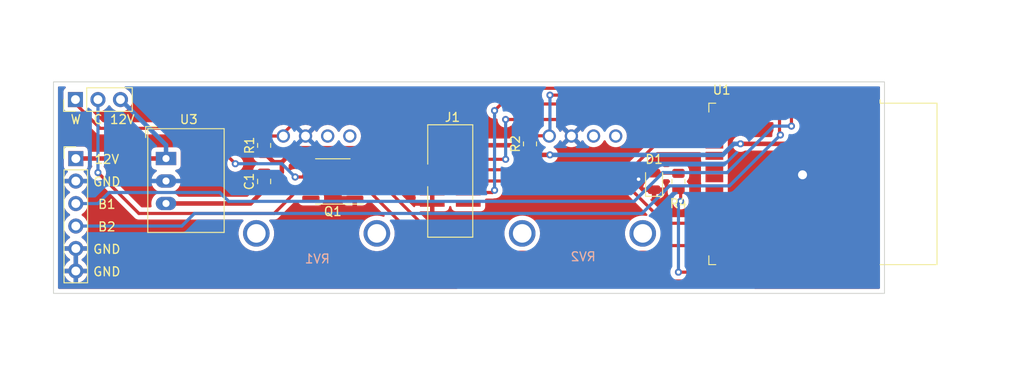
<source format=kicad_pcb>
(kicad_pcb (version 20201002) (generator pcbnew)
  (title_block (date "2020-10-12") (rev "1.0"))
  (layers (0 "F.Cu" signal) (31 "B.Cu" signal) (34 "B.Paste" user) (35 "F.Paste" user) (36 "B.SilkS" user "B.Silkscreen") (37 "F.SilkS" user "F.Silkscreen") (38 "B.Mask" user) (39 "F.Mask" user) (44 "Edge.Cuts" user))
  (net 0 "")
  (net 1 "GND")
  (net 2 "/TDI")
  (net 3 "/TDO")
  (net 4 "/TCK")
  (net 5 "/TMS")
  (net 6 "/3.3V")
  (net 7 "/12V")
  (net 8 "/level1")
  (net 9 "/level2")
  (net 10 "/BTN_2")
  (net 11 "/BTN_1")
  (net 12 "Net-(D1-Pad2)")
  (net 13 "/LED")
  (net 14 "/warm")
  (net 15 "Net-(Q1-Pad4)")
  (net 16 "Net-(Q1-Pad2)")
  (net 17 "/cold")
  (module "asl_footprints:SWD_2x5_socket" (layer "F.Cu") (at 107 107.95 -90)
    (fp_text reference "J1" (at -7.2 -0.25) (layer "F.SilkS"))
    (fp_text value "Conn_02x05_Odd_Even")
    (fp_line (start -6.35 2.54) (end -6.35 -2.54) (layer "F.SilkS") (width 0.12))
    (fp_line (start 6.35 -2.54) (end 6.35 2.54) (layer "F.SilkS") (width 0.12))
    (fp_line (start -6.35 -2.54) (end 6.35 -2.54) (layer "F.SilkS") (width 0.12))
    (fp_line (start -1.905 2.54) (end -6.35 2.54) (layer "F.SilkS") (width 0.12))
    (fp_line (start 6.35 2.54) (end 0.635 2.54) (layer "F.SilkS") (width 0.12))
    (pad "1" smd rect (at -2.54 2.0325 270) (size 0.74 2.795) (layers "F.Cu" "F.Paste" "F.Mask") (net 6 "/3.3V"))
    (pad "2" smd rect (at -2.54 -2.0325 270) (size 0.74 2.795) (layers "F.Cu" "F.Paste" "F.Mask") (net 5 "/TMS"))
    (pad "3" smd rect (at -1.27 2.0325 270) (size 0.74 2.795) (layers "F.Cu" "F.Paste" "F.Mask") (net 1 "GND"))
    (pad "4" smd rect (at -1.27 -2.0325 270) (size 0.74 2.795) (layers "F.Cu" "F.Paste" "F.Mask") (net 4 "/TCK"))
    (pad "5" smd rect (at 0 2.0325 270) (size 0.74 2.795) (layers "F.Cu" "F.Paste" "F.Mask") (net 1 "GND"))
    (pad "6" smd rect (at 0 -2.0325 270) (size 0.74 2.795) (layers "F.Cu" "F.Paste" "F.Mask") (net 3 "/TDO"))
    (pad "7" smd rect (at 1.27 2.0325 270) (size 0.74 2.795) (layers "F.Cu" "F.Paste" "F.Mask") (net 1 "GND"))
    (pad "8" smd rect (at 1.27 -2.0325 270) (size 0.74 2.795) (layers "F.Cu" "F.Paste" "F.Mask") (net 2 "/TDI"))
    (pad "9" smd rect (at 2.54 2.0325 270) (size 0.74 2.795) (layers "F.Cu" "F.Paste" "F.Mask") (net 1 "GND"))
    (pad "10" smd rect (at 2.54 -2.0325 270) (size 0.74 2.795) (layers "F.Cu" "F.Paste" "F.Mask"))
  )
  (module "LED_SMD:LED_0805_2012Metric" (layer "F.Cu") (at 130 108 90)
    (fp_text reference "D1" (at 2.5 0 180) (layer "F.SilkS"))
    (fp_text value "LED")
    (fp_line (start 1 -0.96) (end -1.685 -0.96) (layer "F.SilkS") (width 0.12))
    (fp_line (start -1.685 -0.96) (end -1.685 0.96) (layer "F.SilkS") (width 0.12))
    (fp_line (start -1.685 0.96) (end 1 0.96) (layer "F.SilkS") (width 0.12))
    (pad "1" smd roundrect (at -0.9375 0 90) (size 0.975 1.4) (layers "F.Cu" "F.Paste" "F.Mask") (net 1 "GND"))
    (pad "2" smd roundrect (at 0.9375 0 90) (size 0.975 1.4) (layers "F.Cu" "F.Paste" "F.Mask") (net 12 "Net-(D1-Pad2)"))
  )
  (module "Package_SO:SOIC-8_3.9x4.9mm_P1.27mm" (layer "F.Cu") (at 93.75 108 180)
    (fp_text reference "Q1" (at 0 -3.4) (layer "F.SilkS"))
    (fp_text value "PBSS4350SS")
    (fp_line (start 0 2.56) (end 1.95 2.56) (layer "F.SilkS") (width 0.12))
    (fp_line (start 0 -2.56) (end 1.95 -2.56) (layer "F.SilkS") (width 0.12))
    (fp_line (start 0 2.56) (end -1.95 2.56) (layer "F.SilkS") (width 0.12))
    (fp_line (start 0 -2.56) (end -3.45 -2.56) (layer "F.SilkS") (width 0.12))
    (pad "1" smd roundrect (at -2.475 -1.905 180) (size 1.95 0.6) (layers "F.Cu" "F.Paste" "F.Mask") (net 1 "GND"))
    (pad "2" smd roundrect (at -2.475 -0.635 180) (size 1.95 0.6) (layers "F.Cu" "F.Paste" "F.Mask") (net 16 "Net-(Q1-Pad2)"))
    (pad "3" smd roundrect (at -2.475 0.635 180) (size 1.95 0.6) (layers "F.Cu" "F.Paste" "F.Mask") (net 1 "GND"))
    (pad "4" smd roundrect (at -2.475 1.905 180) (size 1.95 0.6) (layers "F.Cu" "F.Paste" "F.Mask") (net 15 "Net-(Q1-Pad4)"))
    (pad "5" smd roundrect (at 2.475 1.905 180) (size 1.95 0.6) (layers "F.Cu" "F.Paste" "F.Mask"))
    (pad "6" smd roundrect (at 2.475 0.635 180) (size 1.95 0.6) (layers "F.Cu" "F.Paste" "F.Mask") (net 14 "/warm"))
    (pad "7" smd roundrect (at 2.475 -0.635 180) (size 1.95 0.6) (layers "F.Cu" "F.Paste" "F.Mask") (net 17 "/cold"))
    (pad "8" smd roundrect (at 2.475 -1.905 180) (size 1.95 0.6) (layers "F.Cu" "F.Paste" "F.Mask"))
  )
  (module "asl_footprints:Converter_DCDC_RECOM_R-78E-0.5_THT" (layer "F.Cu") (at 74.93 105.41 -90)
    (fp_text reference "U3" (at -4.41 -2.57 180) (layer "F.SilkS"))
    (fp_text value "R-78E3.3-1.0")
    (fp_line (start -3.371 2.06) (end 8.35 2.06) (layer "F.SilkS") (width 0.12))
    (fp_line (start -3.371 -6.56) (end 8.35 -6.56) (layer "F.SilkS") (width 0.12))
    (fp_line (start -3.371 -6.56) (end -3.371 2.06) (layer "F.SilkS") (width 0.12))
    (fp_line (start -3.611 2.3) (end -2.371 2.3) (layer "F.SilkS") (width 0.12))
    (fp_line (start 8.35 -6.56) (end 8.35 2.06) (layer "F.SilkS") (width 0.12))
    (fp_line (start -3.611 1.06) (end -3.611 2.3) (layer "F.SilkS") (width 0.12))
    (pad "1" thru_hole rect (at 0 0 270) (size 1.5 2.3) (drill 0.8) (layers *.Cu *.Mask) (net 7 "/12V"))
    (pad "2" thru_hole oval (at 2.54 0 270) (size 1.5 2.3) (drill 0.8) (layers *.Cu *.Mask) (net 1 "GND"))
    (pad "3" thru_hole oval (at 5.08 0 270) (size 1.5 2.3) (drill 0.8) (layers *.Cu *.Mask) (net 6 "/3.3V"))
  )
  (module "Connector_PinHeader_2.54mm:PinHeader_1x03_P2.54mm_Vertical" (layer "F.Cu") (at 64.71 98.75 90)
    (fp_text reference "J2" hide)
    (fp_text value "Screw_Terminal_01x03")
    (fp_line (start 1.33 1.27) (end 1.33 6.41) (layer "F.SilkS") (width 0.12))
    (fp_line (start -1.33 1.27) (end -1.33 6.41) (layer "F.SilkS") (width 0.12))
    (fp_line (start -1.33 0) (end -1.33 -1.33) (layer "F.SilkS") (width 0.12))
    (fp_line (start -1.33 1.27) (end 1.33 1.27) (layer "F.SilkS") (width 0.12))
    (fp_line (start -1.33 6.41) (end 1.33 6.41) (layer "F.SilkS") (width 0.12))
    (fp_line (start -1.33 -1.33) (end 0 -1.33) (layer "F.SilkS") (width 0.12))
    (pad "1" thru_hole rect (at 0 0 90) (size 1.7 1.7) (drill 1) (layers *.Cu *.Mask) (net 14 "/warm"))
    (pad "2" thru_hole oval (at 0 2.54 90) (size 1.7 1.7) (drill 1) (layers *.Cu *.Mask) (net 17 "/cold"))
    (pad "3" thru_hole oval (at 0 5.08 90) (size 1.7 1.7) (drill 1) (layers *.Cu *.Mask) (net 7 "/12V"))
  )
  (module "Resistor_SMD:R_0805_2012Metric" (layer "F.Cu") (at 132.75 108 -90)
    (fp_text reference "R4" (at 2.5 0 180) (layer "F.SilkS"))
    (fp_text value "1KΩ")
    (fp_line (start -0.227064 -0.735) (end 0.227064 -0.735) (layer "F.SilkS") (width 0.12))
    (fp_line (start -0.227064 0.735) (end 0.227064 0.735) (layer "F.SilkS") (width 0.12))
    (pad "1" smd roundrect (at -0.9125 0 270) (size 1.025 1.4) (layers "F.Cu" "F.Paste" "F.Mask") (roundrect_rratio 0.2439024390243902) (net 12 "Net-(D1-Pad2)"))
    (pad "2" smd roundrect (at 0.9125 0 270) (size 1.025 1.4) (layers "F.Cu" "F.Paste" "F.Mask") (roundrect_rratio 0.2439024390243902) (net 13 "/LED"))
  )
  (module "RF_Module:ESP32-WROOM-32" (layer "F.Cu") (at 146.06 108.28 -90)
    (fp_text reference "U1" (at -10.61 8.43) (layer "F.SilkS"))
    (fp_text value "ESP32-WROOM-32D")
    (fp_line (start -9.12 9.1) (end -9.12 9.88) (layer "F.SilkS") (width 0.12))
    (fp_line (start -9.12 -15.865) (end 9.12 -15.865) (layer "F.SilkS") (width 0.12))
    (fp_line (start -9.12 -9.445) (end -9.5 -9.445) (layer "F.SilkS") (width 0.12))
    (fp_line (start 9.12 -15.865) (end 9.12 -9.445) (layer "F.SilkS") (width 0.12))
    (fp_line (start -9.12 9.88) (end -8.12 9.88) (layer "F.SilkS") (width 0.12))
    (fp_line (start -9.12 -15.865) (end -9.12 -9.445) (layer "F.SilkS") (width 0.12))
    (fp_line (start 9.12 9.88) (end 8.12 9.88) (layer "F.SilkS") (width 0.12))
    (fp_line (start 9.12 9.1) (end 9.12 9.88) (layer "F.SilkS") (width 0.12))
    (pad "1" smd rect (at -8.5 -8.255 270) (size 2 0.9) (layers "F.Cu" "F.Paste" "F.Mask") (net 1 "GND"))
    (pad "2" smd rect (at -8.5 -6.985 270) (size 2 0.9) (layers "F.Cu" "F.Paste" "F.Mask") (net 6 "/3.3V"))
    (pad "3" smd rect (at -8.5 -5.715 270) (size 2 0.9) (layers "F.Cu" "F.Paste" "F.Mask"))
    (pad "4" smd rect (at -8.5 -4.445 270) (size 2 0.9) (layers "F.Cu" "F.Paste" "F.Mask") (net 8 "/level1"))
    (pad "5" smd rect (at -8.5 -3.175 270) (size 2 0.9) (layers "F.Cu" "F.Paste" "F.Mask") (net 9 "/level2"))
    (pad "6" smd rect (at -8.5 -1.905 270) (size 2 0.9) (layers "F.Cu" "F.Paste" "F.Mask"))
    (pad "7" smd rect (at -8.5 -0.635 270) (size 2 0.9) (layers "F.Cu" "F.Paste" "F.Mask"))
    (pad "8" smd rect (at -8.5 0.635 270) (size 2 0.9) (layers "F.Cu" "F.Paste" "F.Mask") (net 11 "/BTN_1"))
    (pad "9" smd rect (at -8.5 1.905 270) (size 2 0.9) (layers "F.Cu" "F.Paste" "F.Mask") (net 10 "/BTN_2"))
    (pad "10" smd rect (at -8.5 3.175 270) (size 2 0.9) (layers "F.Cu" "F.Paste" "F.Mask"))
    (pad "11" smd rect (at -8.5 4.445 270) (size 2 0.9) (layers "F.Cu" "F.Paste" "F.Mask"))
    (pad "12" smd rect (at -8.5 5.715 270) (size 2 0.9) (layers "F.Cu" "F.Paste" "F.Mask"))
    (pad "13" smd rect (at -8.5 6.985 270) (size 2 0.9) (layers "F.Cu" "F.Paste" "F.Mask") (net 5 "/TMS"))
    (pad "14" smd rect (at -8.5 8.255 270) (size 2 0.9) (layers "F.Cu" "F.Paste" "F.Mask") (net 2 "/TDI"))
    (pad "15" smd rect (at -5.715 9.255) (size 2 0.9) (layers "F.Cu" "F.Paste" "F.Mask") (net 1 "GND"))
    (pad "16" smd rect (at -4.445 9.255) (size 2 0.9) (layers "F.Cu" "F.Paste" "F.Mask") (net 4 "/TCK"))
    (pad "17" smd rect (at -3.175 9.255) (size 2 0.9) (layers "F.Cu" "F.Paste" "F.Mask"))
    (pad "18" smd rect (at -1.905 9.255) (size 2 0.9) (layers "F.Cu" "F.Paste" "F.Mask"))
    (pad "19" smd rect (at -0.635 9.255) (size 2 0.9) (layers "F.Cu" "F.Paste" "F.Mask"))
    (pad "20" smd rect (at 0.635 9.255) (size 2 0.9) (layers "F.Cu" "F.Paste" "F.Mask"))
    (pad "21" smd rect (at 1.905 9.255) (size 2 0.9) (layers "F.Cu" "F.Paste" "F.Mask"))
    (pad "22" smd rect (at 3.175 9.255) (size 2 0.9) (layers "F.Cu" "F.Paste" "F.Mask"))
    (pad "23" smd rect (at 4.445 9.255) (size 2 0.9) (layers "F.Cu" "F.Paste" "F.Mask") (net 3 "/TDO"))
    (pad "24" smd rect (at 5.715 9.255) (size 2 0.9) (layers "F.Cu" "F.Paste" "F.Mask"))
    (pad "25" smd rect (at 8.5 8.255 270) (size 2 0.9) (layers "F.Cu" "F.Paste" "F.Mask"))
    (pad "26" smd rect (at 8.5 6.985 270) (size 2 0.9) (layers "F.Cu" "F.Paste" "F.Mask") (net 15 "Net-(Q1-Pad4)"))
    (pad "27" smd rect (at 8.5 5.715 270) (size 2 0.9) (layers "F.Cu" "F.Paste" "F.Mask") (net 13 "/LED"))
    (pad "28" smd rect (at 8.5 4.445 270) (size 2 0.9) (layers "F.Cu" "F.Paste" "F.Mask"))
    (pad "29" smd rect (at 8.5 3.175 270) (size 2 0.9) (layers "F.Cu" "F.Paste" "F.Mask") (net 16 "Net-(Q1-Pad2)"))
    (pad "30" smd rect (at 8.5 1.905 270) (size 2 0.9) (layers "F.Cu" "F.Paste" "F.Mask"))
    (pad "31" smd rect (at 8.5 0.635 270) (size 2 0.9) (layers "F.Cu" "F.Paste" "F.Mask"))
    (pad "32" smd rect (at 8.5 -0.635 270) (size 2 0.9) (layers "F.Cu" "F.Paste" "F.Mask"))
    (pad "33" smd rect (at 8.5 -1.905 270) (size 2 0.9) (layers "F.Cu" "F.Paste" "F.Mask"))
    (pad "34" smd rect (at 8.5 -3.175 270) (size 2 0.9) (layers "F.Cu" "F.Paste" "F.Mask"))
    (pad "35" smd rect (at 8.5 -4.445 270) (size 2 0.9) (layers "F.Cu" "F.Paste" "F.Mask"))
    (pad "36" smd rect (at 8.5 -5.715 270) (size 2 0.9) (layers "F.Cu" "F.Paste" "F.Mask"))
    (pad "37" smd rect (at 8.5 -6.985 270) (size 2 0.9) (layers "F.Cu" "F.Paste" "F.Mask"))
    (pad "38" smd rect (at 8.5 -8.255 270) (size 2 0.9) (layers "F.Cu" "F.Paste" "F.Mask") (net 1 "GND"))
    (pad "39" smd rect (at -1 -0.755 270) (size 5 5) (layers "F.Cu" "F.Paste" "F.Mask") (net 1 "GND"))
  )
  (module "Resistor_SMD:R_0805_2012Metric" (layer "F.Cu") (at 86 103.929094 90)
    (fp_text reference "R1" (at 0 -1.65 90) (layer "F.SilkS"))
    (fp_text value "1KΩ")
    (fp_line (start -0.227064 -0.735) (end 0.227064 -0.735) (layer "F.SilkS") (width 0.12))
    (fp_line (start -0.227064 0.735) (end 0.227064 0.735) (layer "F.SilkS") (width 0.12))
    (pad "1" smd roundrect (at -0.9125 0 90) (size 1.025 1.4) (layers "F.Cu" "F.Paste" "F.Mask") (roundrect_rratio 0.2439024390243902) (net 6 "/3.3V"))
    (pad "2" smd roundrect (at 0.9125 0 90) (size 1.025 1.4) (layers "F.Cu" "F.Paste" "F.Mask") (roundrect_rratio 0.2439024390243902) (net 8 "/level1"))
  )
  (module "Connector_PinHeader_2.54mm:PinHeader_1x06_P2.54mm_Vertical" (layer "F.Cu") (at 64.75 105.42)
    (fp_text reference "J3" hide)
    (fp_text value "Screw_Terminal_01x06")
    (fp_line (start -1.33 1.27) (end -1.33 14.03) (layer "F.SilkS") (width 0.12))
    (fp_line (start -1.33 0) (end -1.33 -1.33) (layer "F.SilkS") (width 0.12))
    (fp_line (start 1.33 1.27) (end 1.33 14.03) (layer "F.SilkS") (width 0.12))
    (fp_line (start -1.33 1.27) (end 1.33 1.27) (layer "F.SilkS") (width 0.12))
    (fp_line (start -1.33 -1.33) (end 0 -1.33) (layer "F.SilkS") (width 0.12))
    (fp_line (start -1.33 14.03) (end 1.33 14.03) (layer "F.SilkS") (width 0.12))
    (pad "1" thru_hole rect (at 0 0) (size 1.7 1.7) (drill 1) (layers *.Cu *.Mask) (net 7 "/12V"))
    (pad "2" thru_hole oval (at 0 2.54) (size 1.7 1.7) (drill 1) (layers *.Cu *.Mask) (net 1 "GND"))
    (pad "3" thru_hole oval (at 0 5.08) (size 1.7 1.7) (drill 1) (layers *.Cu *.Mask) (net 11 "/BTN_1"))
    (pad "4" thru_hole oval (at 0 7.62) (size 1.7 1.7) (drill 1) (layers *.Cu *.Mask) (net 10 "/BTN_2"))
    (pad "5" thru_hole oval (at 0 10.16) (size 1.7 1.7) (drill 1) (layers *.Cu *.Mask) (net 1 "GND"))
    (pad "6" thru_hole oval (at 0 12.7) (size 1.7 1.7) (drill 1) (layers *.Cu *.Mask) (net 1 "GND"))
  )
  (module "Resistor_SMD:R_0805_2012Metric" (layer "F.Cu") (at 116 103.755841 90)
    (fp_text reference "R2" (at 0 -1.65 90) (layer "F.SilkS"))
    (fp_text value "1KΩ")
    (fp_line (start -0.227064 -0.735) (end 0.227064 -0.735) (layer "F.SilkS") (width 0.12))
    (fp_line (start -0.227064 0.735) (end 0.227064 0.735) (layer "F.SilkS") (width 0.12))
    (pad "1" smd roundrect (at -0.9125 0 90) (size 1.025 1.4) (layers "F.Cu" "F.Paste" "F.Mask") (roundrect_rratio 0.2439024390243902) (net 6 "/3.3V"))
    (pad "2" smd roundrect (at 0.9125 0 90) (size 1.025 1.4) (layers "F.Cu" "F.Paste" "F.Mask") (roundrect_rratio 0.2439024390243902) (net 9 "/level2"))
  )
  (module "Capacitor_SMD:C_0805_2012Metric" (layer "F.Cu") (at 86 108 90)
    (fp_text reference "C1" (at 0 -1.68 90) (layer "F.SilkS"))
    (fp_text value "10µF")
    (fp_line (start -0.261252 0.735) (end 0.261252 0.735) (layer "F.SilkS") (width 0.12))
    (fp_line (start -0.261252 -0.735) (end 0.261252 -0.735) (layer "F.SilkS") (width 0.12))
    (pad "1" smd roundrect (at -0.95 0 90) (size 1 1.45) (layers "F.Cu" "F.Paste" "F.Mask") (net 6 "/3.3V"))
    (pad "2" smd roundrect (at 0.95 0 90) (size 1 1.45) (layers "F.Cu" "F.Paste" "F.Mask") (net 1 "GND"))
  )
  (module "asl_footprints:Panel_mount_pot" (layer "B.Cu") (at 121.92 102.87)
    (fp_text reference "RV2" (at 0.08 13.63 unlocked) (layer "B.SilkS") (effects (justify mirror)))
    (fp_text value "Potentiometer")
    (pad "1" thru_hole circle (at -3.75 0) (size 1.5 1.5) (drill 1) (layers *.Cu *.Mask) (net 9 "/level2"))
    (pad "2" thru_hole circle (at -1.25 0) (size 1.5 1.5) (drill 1) (layers *.Cu *.Mask) (net 1 "GND"))
    (pad "3" thru_hole circle (at 1.25 0) (size 1.5 1.5) (drill 1) (layers *.Cu *.Mask))
    (pad "4" thru_hole circle (at 3.75 0) (size 1.5 1.5) (drill 1) (layers *.Cu *.Mask))
    (pad "5" thru_hole circle (at -6.8 11) (size 3 3) (drill 2.1) (layers *.Cu *.Mask))
    (pad "6" thru_hole circle (at 6.8 11) (size 3 3) (drill 2.1) (layers *.Cu *.Mask))
  )
  (module "asl_footprints:Panel_mount_pot" (layer "B.Cu") (at 91.92 102.87)
    (fp_text reference "RV1" (at 0.08 13.88 unlocked) (layer "B.SilkS") (effects (justify mirror)))
    (fp_text value "Potentiometer")
    (pad "1" thru_hole circle (at -3.75 0) (size 1.5 1.5) (drill 1) (layers *.Cu *.Mask) (net 8 "/level1"))
    (pad "2" thru_hole circle (at -1.25 0) (size 1.5 1.5) (drill 1) (layers *.Cu *.Mask) (net 1 "GND"))
    (pad "3" thru_hole circle (at 1.25 0) (size 1.5 1.5) (drill 1) (layers *.Cu *.Mask))
    (pad "4" thru_hole circle (at 3.75 0) (size 1.5 1.5) (drill 1) (layers *.Cu *.Mask))
    (pad "5" thru_hole circle (at -6.8 11) (size 3 3) (drill 2.1) (layers *.Cu *.Mask))
    (pad "6" thru_hole circle (at 6.8 11) (size 3 3) (drill 2.1) (layers *.Cu *.Mask))
  )
  (gr_rect (start 156 120.65) (end 62.23 96.75) (layer "Edge.Cuts") (width 0.1))
  (gr_text "October 2020" (at 120.75 117.75) (layer "F.Cu") (effects (font (size 1.5 1.5) (thickness 0.3))))
  (gr_text "GND" (at 68.25 108.04) (layer "F.SilkS") (effects (font (size 1 1))))
  (gr_text "B2" (at 68.25 113.12) (layer "F.SilkS") (effects (font (size 1 1))))
  (gr_text "B1" (at 68.25 110.58) (layer "F.SilkS") (effects (font (size 1 1))))
  (gr_text "GND" (at 68.25 115.66) (layer "F.SilkS") (effects (font (size 1 1))))
  (gr_text "12V" (at 68.25 105.5) (layer "F.SilkS") (effects (font (size 1 1))))
  (gr_text "GND" (at 68.25 118.2) (layer "F.SilkS") (effects (font (size 1 1))))
  (gr_text "12V" (at 70 101) (layer "F.SilkS") (effects (font (size 1 1))))
  (gr_text "W" (at 64.75 101) (layer "F.SilkS") (effects (font (size 1 1))))
  (gr_text "C" (at 67.25 101) (layer "F.SilkS") (effects (font (size 1 1))))
  (via (at 128.25 107.75) (size 0.8) (drill 0.4) (layers "F.Cu" "B.Cu") (net 1))
  (via (at 146.75 107.25) (size 1.524) (drill 1.016) (layers "F.Cu" "B.Cu") (net 1))
  (segment (start 111.75 109.25) (end 109.0625 109.25) (width 0.3556) (layer "F.Cu") (net 2))
  (segment (start 137.275 99.25) (end 112.75 99.25) (width 0.3556) (layer "F.Cu") (net 2))
  (segment (start 112 109) (end 111.75 109.25) (width 0.3556) (layer "F.Cu") (net 2))
  (segment (start 137.805 99.78) (end 137.275 99.25) (width 0.3556) (layer "F.Cu") (net 2))
  (segment (start 112.75 99.25) (end 112 100) (width 0.3556) (layer "F.Cu") (net 2))
  (segment (start 109.0625 109.25) (end 109.0325 109.22) (width 0.3556) (layer "F.Cu") (net 2))
  (via (at 112 100) (size 0.8) (drill 0.4) (layers "F.Cu" "B.Cu") (net 2))
  (via (at 112 109) (size 0.8) (drill 0.4) (layers "F.Cu" "B.Cu") (net 2))
  (segment (start 112 100) (end 112 109) (width 0.3556) (layer "B.Cu") (net 2))
  (segment (start 131.225 112.725) (end 136.805 112.725) (width 0.3556) (layer "F.Cu") (net 3))
  (segment (start 126.45 107.95) (end 131.225 112.725) (width 0.3556) (layer "F.Cu") (net 3))
  (segment (start 109.0325 107.95) (end 126.45 107.95) (width 0.3556) (layer "F.Cu") (net 3))
  (segment (start 136.642199 103.997801) (end 130.002199 103.997801) (width 0.3556) (layer "F.Cu") (net 4))
  (segment (start 130.002199 103.997801) (end 127.32 106.68) (width 0.3556) (layer "F.Cu") (net 4))
  (segment (start 127.32 106.68) (end 109.0325 106.68) (width 0.3556) (layer "F.Cu") (net 4))
  (segment (start 136.805 103.835) (end 136.642199 103.997801) (width 0.3556) (layer "F.Cu") (net 4))
  (segment (start 139.075 99.78) (end 139.075 100.494306) (width 0.3556) (layer "F.Cu") (net 5))
  (segment (start 109.1225 105.5) (end 109.0325 105.41) (width 0.3556) (layer "F.Cu") (net 5))
  (segment (start 134.25 101.5) (end 133.75 101) (width 0.3556) (layer "F.Cu") (net 5))
  (segment (start 133.75 101) (end 113.25 101) (width 0.3556) (layer "F.Cu") (net 5))
  (segment (start 139.075 100.494306) (end 138.069306 101.5) (width 0.3556) (layer "F.Cu") (net 5))
  (segment (start 138.069306 101.5) (end 134.25 101.5) (width 0.3556) (layer "F.Cu") (net 5))
  (segment (start 113.25 105.5) (end 109.1225 105.5) (width 0.3556) (layer "F.Cu") (net 5))
  (via (at 113.25 105.5) (size 0.8) (drill 0.4) (layers "F.Cu" "B.Cu") (net 5))
  (via (at 113.25 101) (size 0.8) (drill 0.4) (layers "F.Cu" "B.Cu") (net 5))
  (segment (start 113.25 101) (end 113.25 105.5) (width 0.3556) (layer "B.Cu") (net 5))
  (segment (start 88 105.825) (end 88 106.95) (width 0.508) (layer "F.Cu") (net 6))
  (segment (start 153.045 100.602068) (end 153.045 99.78) (width 0.508) (layer "F.Cu") (net 6))
  (segment (start 116.331659 105) (end 116 104.668341) (width 0.508) (layer "F.Cu") (net 6))
  (segment (start 103.8075 104.25) (end 104.9675 105.41) (width 0.508) (layer "F.Cu") (net 6))
  (segment (start 118.25 105) (end 116.331659 105) (width 0.508) (layer "F.Cu") (net 6))
  (segment (start 116 104.668341) (end 115.244159 103.9125) (width 0.508) (layer "F.Cu") (net 6))
  (segment (start 84.46 110.49) (end 86 108.95) (width 0.508) (layer "F.Cu") (net 6))
  (segment (start 115.244159 103.9125) (end 106.465 103.9125) (width 0.508) (layer "F.Cu") (net 6))
  (segment (start 89.575 104.25) (end 103.8075 104.25) (width 0.508) (layer "F.Cu") (net 6))
  (segment (start 149.897068 103.75) (end 153.045 100.602068) (width 0.508) (layer "F.Cu") (net 6))
  (segment (start 106.465 103.9125) (end 104.9675 105.41) (width 0.508) (layer "F.Cu") (net 6))
  (segment (start 139.75 103.75) (end 149.897068 103.75) (width 0.508) (layer "F.Cu") (net 6))
  (segment (start 88 105.825) (end 89.575 104.25) (width 0.508) (layer "F.Cu") (net 6))
  (segment (start 87.075 105.825) (end 88 105.825) (width 0.508) (layer "F.Cu") (net 6))
  (segment (start 74.93 110.49) (end 84.46 110.49) (width 0.508) (layer "F.Cu") (net 6))
  (segment (start 86.091594 104.841594) (end 87.075 105.825) (width 0.508) (layer "F.Cu") (net 6))
  (segment (start 88 106.95) (end 86 108.95) (width 0.508) (layer "F.Cu") (net 6))
  (segment (start 86 104.841594) (end 86.091594 104.841594) (width 0.508) (layer "F.Cu") (net 6))
  (via (at 139.75 103.75) (size 0.8) (drill 0.4) (layers "F.Cu" "B.Cu") (net 6))
  (via (at 118.25 105) (size 0.8) (drill 0.4) (layers "F.Cu" "B.Cu") (net 6))
  (segment (start 118.25 105) (end 137.75 105) (width 0.508) (layer "B.Cu") (net 6))
  (segment (start 139 103.75) (end 139.75 103.75) (width 0.508) (layer "B.Cu") (net 6))
  (segment (start 137.75 105) (end 139 103.75) (width 0.508) (layer "B.Cu") (net 6))
  (segment (start 64.76 105.41) (end 74.93 105.41) (width 0.508) (layer "F.Cu") (net 7))
  (segment (start 64.75 105.42) (end 64.76 105.41) (width 0.508) (layer "F.Cu") (net 7))
  (segment (start 69.79 98.75) (end 74.93 103.89) (width 0.508) (layer "B.Cu") (net 7))
  (segment (start 74.93 103.89) (end 74.93 105.41) (width 0.508) (layer "B.Cu") (net 7))
  (segment (start 86.146594 102.87) (end 88.17 102.87) (width 0.3556) (layer "F.Cu") (net 8))
  (segment (start 148.911505 97.472199) (end 93.277801 97.472199) (width 0.3556) (layer "F.Cu") (net 8))
  (segment (start 150.505 99.065694) (end 148.911505 97.472199) (width 0.3556) (layer "F.Cu") (net 8))
  (segment (start 93.277801 97.472199) (end 88.17 102.58) (width 0.3556) (layer "F.Cu") (net 8))
  (segment (start 88.17 102.58) (end 88.17 102.87) (width 0.3556) (layer "F.Cu") (net 8))
  (segment (start 86 103.016594) (end 86.146594 102.87) (width 0.3556) (layer "F.Cu") (net 8))
  (segment (start 150.505 99.78) (end 150.505 99.065694) (width 0.3556) (layer "F.Cu") (net 8))
  (segment (start 116 102.843341) (end 118.143341 102.843341) (width 0.3556) (layer "F.Cu") (net 9))
  (segment (start 149.235 99.78) (end 149.235 99.065694) (width 0.3556) (layer "F.Cu") (net 9))
  (segment (start 148.419306 98.25) (end 118.25 98.25) (width 0.3556) (layer "F.Cu") (net 9))
  (segment (start 149.235 99.065694) (end 148.419306 98.25) (width 0.3556) (layer "F.Cu") (net 9))
  (segment (start 118.143341 102.843341) (end 118.17 102.87) (width 0.3556) (layer "F.Cu") (net 9))
  (via (at 118.25 98.25) (size 0.8) (drill 0.4) (layers "F.Cu" "B.Cu") (net 9))
  (segment (start 118.25 102.79) (end 118.17 102.87) (width 0.3556) (layer "B.Cu") (net 9))
  (segment (start 118.25 98.25) (end 118.25 102.79) (width 0.3556) (layer "B.Cu") (net 9))
  (segment (start 144.155 102.655) (end 144.155 99.78) (width 0.3556) (layer "F.Cu") (net 10))
  (segment (start 144.25 102.75) (end 144.155 102.655) (width 0.3556) (layer "F.Cu") (net 10))
  (segment (start 144.155 100.211462) (end 144.155 99.78) (width 0.3556) (layer "F.Cu") (net 10))
  (via (at 144.25 102.75) (size 0.8) (drill 0.4) (layers "F.Cu" "B.Cu") (net 10))
  (segment (start 131.75 108.5) (end 128.75 111.5) (width 0.3556) (layer "B.Cu") (net 10))
  (segment (start 78.13219 111.61781) (end 76.71 113.04) (width 0.3556) (layer "B.Cu") (net 10))
  (segment (start 128.75 111.5) (end 128.63219 111.61781) (width 0.3556) (layer "B.Cu") (net 10))
  (segment (start 138.5 108.5) (end 131.75 108.5) (width 0.3556) (layer "B.Cu") (net 10))
  (segment (start 76.71 113.04) (end 64.75 113.04) (width 0.3556) (layer "B.Cu") (net 10))
  (segment (start 144.25 102.75) (end 138.5 108.5) (width 0.3556) (layer "B.Cu") (net 10))
  (segment (start 128.63219 111.61781) (end 78.13219 111.61781) (width 0.3556) (layer "B.Cu") (net 10))
  (segment (start 145.5 101.75) (end 145.5 99.855) (width 0.3556) (layer "F.Cu") (net 11))
  (segment (start 145.5 99.855) (end 145.425 99.78) (width 0.3556) (layer "F.Cu") (net 11))
  (via (at 145.5 101.75) (size 0.8) (drill 0.4) (layers "F.Cu" "B.Cu") (net 11))
  (segment (start 143.5 101.75) (end 145.5 101.75) (width 0.3556) (layer "B.Cu") (net 11))
  (segment (start 81 109.25) (end 82 110.25) (width 0.3556) (layer "B.Cu") (net 11))
  (segment (start 82 110.25) (end 127.75 110.25) (width 0.3556) (layer "B.Cu") (net 11))
  (segment (start 67.25 110.5) (end 68.5 109.25) (width 0.3556) (layer "B.Cu") (net 11))
  (segment (start 68.5 109.25) (end 81 109.25) (width 0.3556) (layer "B.Cu") (net 11))
  (segment (start 138.25 107) (end 143.5 101.75) (width 0.3556) (layer "B.Cu") (net 11))
  (segment (start 64.75 110.5) (end 67.25 110.5) (width 0.3556) (layer "B.Cu") (net 11))
  (segment (start 131 107) (end 138.25 107) (width 0.3556) (layer "B.Cu") (net 11))
  (segment (start 127.75 110.25) (end 131 107) (width 0.3556) (layer "B.Cu") (net 11))
  (segment (start 130 107.0625) (end 132.975 107.0625) (width 0.3556) (layer "F.Cu") (net 12))
  (segment (start 132.975 107.0625) (end 133 107.0875) (width 0.3556) (layer "F.Cu") (net 12))
  (segment (start 140.345 117.494306) (end 139.589306 118.25) (width 0.3556) (layer "F.Cu") (net 13))
  (segment (start 140.345 116.78) (end 140.345 117.494306) (width 0.3556) (layer "F.Cu") (net 13))
  (segment (start 139.589306 118.25) (end 132.75 118.25) (width 0.3556) (layer "F.Cu") (net 13))
  (segment (start 133 110.25) (end 133 108.9125) (width 0.3556) (layer "F.Cu") (net 13))
  (via (at 132.75 118.25) (size 0.8) (drill 0.4) (layers "F.Cu" "B.Cu") (net 13))
  (via (at 133 110.25) (size 0.8) (drill 0.4) (layers "F.Cu" "B.Cu") (net 13))
  (segment (start 132.75 118.25) (end 132.75 110.5) (width 0.3556) (layer "B.Cu") (net 13))
  (segment (start 132.75 110.5) (end 133 110.25) (width 0.3556) (layer "B.Cu") (net 13))
  (segment (start 64.71 99.21) (end 67.5 102) (width 0.3556) (layer "F.Cu") (net 14))
  (segment (start 78.75 102) (end 82.75 106) (width 0.3556) (layer "F.Cu") (net 14))
  (segment (start 89.5 107.5) (end 91.14 107.5) (width 0.3556) (layer "F.Cu") (net 14))
  (segment (start 91.14 107.5) (end 91.275 107.365) (width 0.3556) (layer "F.Cu") (net 14))
  (segment (start 64.71 98.75) (end 64.71 99.21) (width 0.3556) (layer "F.Cu") (net 14))
  (segment (start 67.5 102) (end 78.75 102) (width 0.3556) (layer "F.Cu") (net 14))
  (via (at 82.75 106) (size 0.8) (drill 0.4) (layers "F.Cu" "B.Cu") (net 14))
  (via (at 89.5 107.5) (size 0.8) (drill 0.4) (layers "F.Cu" "B.Cu") (net 14))
  (segment (start 88 106) (end 89.5 107.5) (width 0.3556) (layer "B.Cu") (net 14))
  (segment (start 86.75 106) (end 82.75 106) (width 0.3556) (layer "B.Cu") (net 14))
  (segment (start 86.75 106) (end 88 106) (width 0.3556) (layer "B.Cu") (net 14))
  (segment (start 107 116) (end 98.404182 107.404182) (width 0.3556) (layer "F.Cu") (net 15))
  (segment (start 138.259306 115.25) (end 131.5 115.25) (width 0.3556) (layer "F.Cu") (net 15))
  (segment (start 131.5 115.25) (end 130.75 116) (width 0.3556) (layer "F.Cu") (net 15))
  (segment (start 130.75 116) (end 107 116) (width 0.3556) (layer "F.Cu") (net 15))
  (segment (start 139.075 116.065694) (end 138.259306 115.25) (width 0.3556) (layer "F.Cu") (net 15))
  (segment (start 97.095 106.095) (end 98.404182 107.404182) (width 0.3556) (layer "F.Cu") (net 15))
  (segment (start 139.075 116.78) (end 139.075 116.065694) (width 0.3556) (layer "F.Cu") (net 15))
  (segment (start 96.225 106.095) (end 97.095 106.095) (width 0.3556) (layer "F.Cu") (net 15))
  (segment (start 108 119.25) (end 98.5 109.75) (width 0.3556) (layer "F.Cu") (net 16))
  (segment (start 142.885 117.494306) (end 141.129306 119.25) (width 0.3556) (layer "F.Cu") (net 16))
  (segment (start 141.129306 119.25) (end 108 119.25) (width 0.3556) (layer "F.Cu") (net 16))
  (segment (start 142.885 116.78) (end 142.885 117.494306) (width 0.3556) (layer "F.Cu") (net 16))
  (segment (start 98.5 109.75) (end 97.385 108.635) (width 0.3556) (layer "F.Cu") (net 16))
  (segment (start 97.385 108.635) (end 96.225 108.635) (width 0.3556) (layer "F.Cu") (net 16))
  (segment (start 91.245187 108.75) (end 91.321005 108.674182) (width 0.3556) (layer "F.Cu") (net 17))
  (segment (start 90.115 108.635) (end 91.275 108.635) (width 0.3556) (layer "F.Cu") (net 17))
  (segment (start 71.86781 111.61781) (end 67.25 107) (width 0.3556) (layer "F.Cu") (net 17))
  (segment (start 91.30942 108.685767) (end 91.321005 108.674182) (width 0.3556) (layer "F.Cu") (net 17))
  (segment (start 88.25 110.5) (end 87.13219 111.61781) (width 0.3556) (layer "F.Cu") (net 17))
  (segment (start 88.25 110.5) (end 90.115 108.635) (width 0.3556) (layer "F.Cu") (net 17))
  (segment (start 87.13219 111.61781) (end 71.86781 111.61781) (width 0.3556) (layer "F.Cu") (net 17))
  (via (at 67.25 107) (size 0.8) (drill 0.4) (layers "F.Cu" "B.Cu") (net 17))
  (segment (start 67.25 107) (end 67.25 98.75) (width 0.3556) (layer "B.Cu") (net 17))
  (zone (net 1) (net_name "GND") (layer "F.Cu") (connect_pads (clearance 0.508)) (min_thickness 0.254) (fill yes (thermal_gap 0.508) (thermal_bridge_width 0.508))
    (polygon (pts (xy 170.815 127) (xy 59.055 127) (xy 59.055 91.44) (xy 170.815 91.44)))
  )
  (zone (net 1) (net_name "GND") (layer "B.Cu") (connect_pads (clearance 0.508)) (min_thickness 0.254) (fill yes (thermal_gap 0.508) (thermal_bridge_width 0.508))
    (polygon (pts (xy 171.75 130) (xy 58.5 130) (xy 58.5 87.5) (xy 171.75 87.5)))
  )
)
</source>
